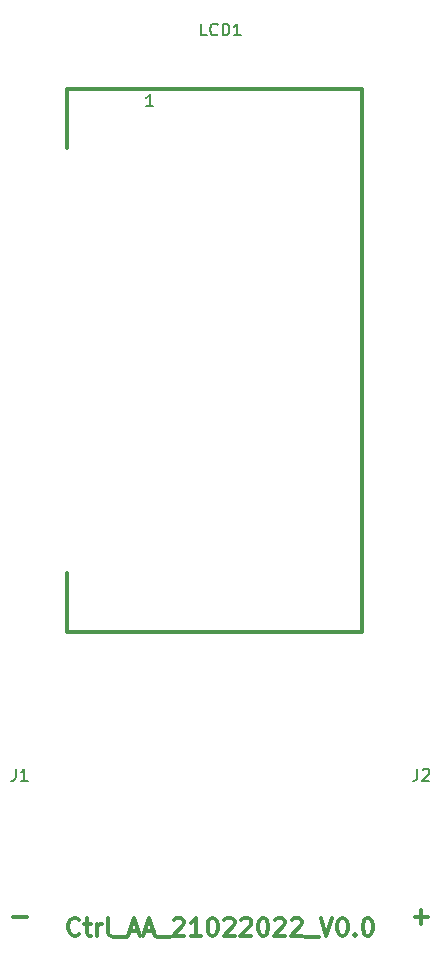
<source format=gbr>
%TF.GenerationSoftware,KiCad,Pcbnew,(6.0.2)*%
%TF.CreationDate,2022-06-02T11:54:08+02:00*%
%TF.ProjectId,Ctrl_AA,4374726c-5f41-4412-9e6b-696361645f70,rev?*%
%TF.SameCoordinates,Original*%
%TF.FileFunction,Legend,Top*%
%TF.FilePolarity,Positive*%
%FSLAX46Y46*%
G04 Gerber Fmt 4.6, Leading zero omitted, Abs format (unit mm)*
G04 Created by KiCad (PCBNEW (6.0.2)) date 2022-06-02 11:54:08*
%MOMM*%
%LPD*%
G01*
G04 APERTURE LIST*
%ADD10C,0.300000*%
%ADD11C,0.150000*%
%ADD12C,0.200000*%
G04 APERTURE END LIST*
D10*
X127428571Y-126107142D02*
X128571428Y-126107142D01*
X128000000Y-126678571D02*
X128000000Y-125535714D01*
X99035714Y-127535714D02*
X98964285Y-127607142D01*
X98750000Y-127678571D01*
X98607142Y-127678571D01*
X98392857Y-127607142D01*
X98250000Y-127464285D01*
X98178571Y-127321428D01*
X98107142Y-127035714D01*
X98107142Y-126821428D01*
X98178571Y-126535714D01*
X98250000Y-126392857D01*
X98392857Y-126250000D01*
X98607142Y-126178571D01*
X98750000Y-126178571D01*
X98964285Y-126250000D01*
X99035714Y-126321428D01*
X99464285Y-126678571D02*
X100035714Y-126678571D01*
X99678571Y-126178571D02*
X99678571Y-127464285D01*
X99750000Y-127607142D01*
X99892857Y-127678571D01*
X100035714Y-127678571D01*
X100535714Y-127678571D02*
X100535714Y-126678571D01*
X100535714Y-126964285D02*
X100607142Y-126821428D01*
X100678571Y-126750000D01*
X100821428Y-126678571D01*
X100964285Y-126678571D01*
X101678571Y-127678571D02*
X101535714Y-127607142D01*
X101464285Y-127464285D01*
X101464285Y-126178571D01*
X101892857Y-127821428D02*
X103035714Y-127821428D01*
X103321428Y-127250000D02*
X104035714Y-127250000D01*
X103178571Y-127678571D02*
X103678571Y-126178571D01*
X104178571Y-127678571D01*
X104607142Y-127250000D02*
X105321428Y-127250000D01*
X104464285Y-127678571D02*
X104964285Y-126178571D01*
X105464285Y-127678571D01*
X105607142Y-127821428D02*
X106750000Y-127821428D01*
X107035714Y-126321428D02*
X107107142Y-126250000D01*
X107250000Y-126178571D01*
X107607142Y-126178571D01*
X107750000Y-126250000D01*
X107821428Y-126321428D01*
X107892857Y-126464285D01*
X107892857Y-126607142D01*
X107821428Y-126821428D01*
X106964285Y-127678571D01*
X107892857Y-127678571D01*
X109321428Y-127678571D02*
X108464285Y-127678571D01*
X108892857Y-127678571D02*
X108892857Y-126178571D01*
X108750000Y-126392857D01*
X108607142Y-126535714D01*
X108464285Y-126607142D01*
X110250000Y-126178571D02*
X110392857Y-126178571D01*
X110535714Y-126250000D01*
X110607142Y-126321428D01*
X110678571Y-126464285D01*
X110750000Y-126750000D01*
X110750000Y-127107142D01*
X110678571Y-127392857D01*
X110607142Y-127535714D01*
X110535714Y-127607142D01*
X110392857Y-127678571D01*
X110250000Y-127678571D01*
X110107142Y-127607142D01*
X110035714Y-127535714D01*
X109964285Y-127392857D01*
X109892857Y-127107142D01*
X109892857Y-126750000D01*
X109964285Y-126464285D01*
X110035714Y-126321428D01*
X110107142Y-126250000D01*
X110250000Y-126178571D01*
X111321428Y-126321428D02*
X111392857Y-126250000D01*
X111535714Y-126178571D01*
X111892857Y-126178571D01*
X112035714Y-126250000D01*
X112107142Y-126321428D01*
X112178571Y-126464285D01*
X112178571Y-126607142D01*
X112107142Y-126821428D01*
X111250000Y-127678571D01*
X112178571Y-127678571D01*
X112750000Y-126321428D02*
X112821428Y-126250000D01*
X112964285Y-126178571D01*
X113321428Y-126178571D01*
X113464285Y-126250000D01*
X113535714Y-126321428D01*
X113607142Y-126464285D01*
X113607142Y-126607142D01*
X113535714Y-126821428D01*
X112678571Y-127678571D01*
X113607142Y-127678571D01*
X114535714Y-126178571D02*
X114678571Y-126178571D01*
X114821428Y-126250000D01*
X114892857Y-126321428D01*
X114964285Y-126464285D01*
X115035714Y-126750000D01*
X115035714Y-127107142D01*
X114964285Y-127392857D01*
X114892857Y-127535714D01*
X114821428Y-127607142D01*
X114678571Y-127678571D01*
X114535714Y-127678571D01*
X114392857Y-127607142D01*
X114321428Y-127535714D01*
X114250000Y-127392857D01*
X114178571Y-127107142D01*
X114178571Y-126750000D01*
X114250000Y-126464285D01*
X114321428Y-126321428D01*
X114392857Y-126250000D01*
X114535714Y-126178571D01*
X115607142Y-126321428D02*
X115678571Y-126250000D01*
X115821428Y-126178571D01*
X116178571Y-126178571D01*
X116321428Y-126250000D01*
X116392857Y-126321428D01*
X116464285Y-126464285D01*
X116464285Y-126607142D01*
X116392857Y-126821428D01*
X115535714Y-127678571D01*
X116464285Y-127678571D01*
X117035714Y-126321428D02*
X117107142Y-126250000D01*
X117250000Y-126178571D01*
X117607142Y-126178571D01*
X117750000Y-126250000D01*
X117821428Y-126321428D01*
X117892857Y-126464285D01*
X117892857Y-126607142D01*
X117821428Y-126821428D01*
X116964285Y-127678571D01*
X117892857Y-127678571D01*
X118178571Y-127821428D02*
X119321428Y-127821428D01*
X119464285Y-126178571D02*
X119964285Y-127678571D01*
X120464285Y-126178571D01*
X121250000Y-126178571D02*
X121392857Y-126178571D01*
X121535714Y-126250000D01*
X121607142Y-126321428D01*
X121678571Y-126464285D01*
X121750000Y-126750000D01*
X121750000Y-127107142D01*
X121678571Y-127392857D01*
X121607142Y-127535714D01*
X121535714Y-127607142D01*
X121392857Y-127678571D01*
X121250000Y-127678571D01*
X121107142Y-127607142D01*
X121035714Y-127535714D01*
X120964285Y-127392857D01*
X120892857Y-127107142D01*
X120892857Y-126750000D01*
X120964285Y-126464285D01*
X121035714Y-126321428D01*
X121107142Y-126250000D01*
X121250000Y-126178571D01*
X122392857Y-127535714D02*
X122464285Y-127607142D01*
X122392857Y-127678571D01*
X122321428Y-127607142D01*
X122392857Y-127535714D01*
X122392857Y-127678571D01*
X123392857Y-126178571D02*
X123535714Y-126178571D01*
X123678571Y-126250000D01*
X123750000Y-126321428D01*
X123821428Y-126464285D01*
X123892857Y-126750000D01*
X123892857Y-127107142D01*
X123821428Y-127392857D01*
X123750000Y-127535714D01*
X123678571Y-127607142D01*
X123535714Y-127678571D01*
X123392857Y-127678571D01*
X123250000Y-127607142D01*
X123178571Y-127535714D01*
X123107142Y-127392857D01*
X123035714Y-127107142D01*
X123035714Y-126750000D01*
X123107142Y-126464285D01*
X123178571Y-126321428D01*
X123250000Y-126250000D01*
X123392857Y-126178571D01*
X93428571Y-126107142D02*
X94571428Y-126107142D01*
D11*
%TO.C,J2*%
X127666666Y-113552380D02*
X127666666Y-114266666D01*
X127619047Y-114409523D01*
X127523809Y-114504761D01*
X127380952Y-114552380D01*
X127285714Y-114552380D01*
X128095238Y-113647619D02*
X128142857Y-113600000D01*
X128238095Y-113552380D01*
X128476190Y-113552380D01*
X128571428Y-113600000D01*
X128619047Y-113647619D01*
X128666666Y-113742857D01*
X128666666Y-113838095D01*
X128619047Y-113980952D01*
X128047619Y-114552380D01*
X128666666Y-114552380D01*
%TO.C,LCD1*%
X109833333Y-51452380D02*
X109357142Y-51452380D01*
X109357142Y-50452380D01*
X110738095Y-51357142D02*
X110690476Y-51404761D01*
X110547619Y-51452380D01*
X110452380Y-51452380D01*
X110309523Y-51404761D01*
X110214285Y-51309523D01*
X110166666Y-51214285D01*
X110119047Y-51023809D01*
X110119047Y-50880952D01*
X110166666Y-50690476D01*
X110214285Y-50595238D01*
X110309523Y-50500000D01*
X110452380Y-50452380D01*
X110547619Y-50452380D01*
X110690476Y-50500000D01*
X110738095Y-50547619D01*
X111166666Y-51452380D02*
X111166666Y-50452380D01*
X111404761Y-50452380D01*
X111547619Y-50500000D01*
X111642857Y-50595238D01*
X111690476Y-50690476D01*
X111738095Y-50880952D01*
X111738095Y-51023809D01*
X111690476Y-51214285D01*
X111642857Y-51309523D01*
X111547619Y-51404761D01*
X111404761Y-51452380D01*
X111166666Y-51452380D01*
X112690476Y-51452380D02*
X112119047Y-51452380D01*
X112404761Y-51452380D02*
X112404761Y-50452380D01*
X112309523Y-50595238D01*
X112214285Y-50690476D01*
X112119047Y-50738095D01*
D12*
X105285714Y-57452380D02*
X104714285Y-57452380D01*
X105000000Y-57452380D02*
X105000000Y-56452380D01*
X104904761Y-56595238D01*
X104809523Y-56690476D01*
X104714285Y-56738095D01*
D11*
%TO.C,J1*%
X93666666Y-113552380D02*
X93666666Y-114266666D01*
X93619047Y-114409523D01*
X93523809Y-114504761D01*
X93380952Y-114552380D01*
X93285714Y-114552380D01*
X94666666Y-114552380D02*
X94095238Y-114552380D01*
X94380952Y-114552380D02*
X94380952Y-113552380D01*
X94285714Y-113695238D01*
X94190476Y-113790476D01*
X94095238Y-113838095D01*
D10*
%TO.C,LCD1*%
X98000000Y-102000000D02*
X98000000Y-97000000D01*
X98000000Y-56000000D02*
X123000000Y-56000000D01*
X123000000Y-56000000D02*
X123000000Y-102000000D01*
X123000000Y-102000000D02*
X98000000Y-102000000D01*
X98000000Y-56000000D02*
X98000000Y-61000000D01*
%TD*%
M02*

</source>
